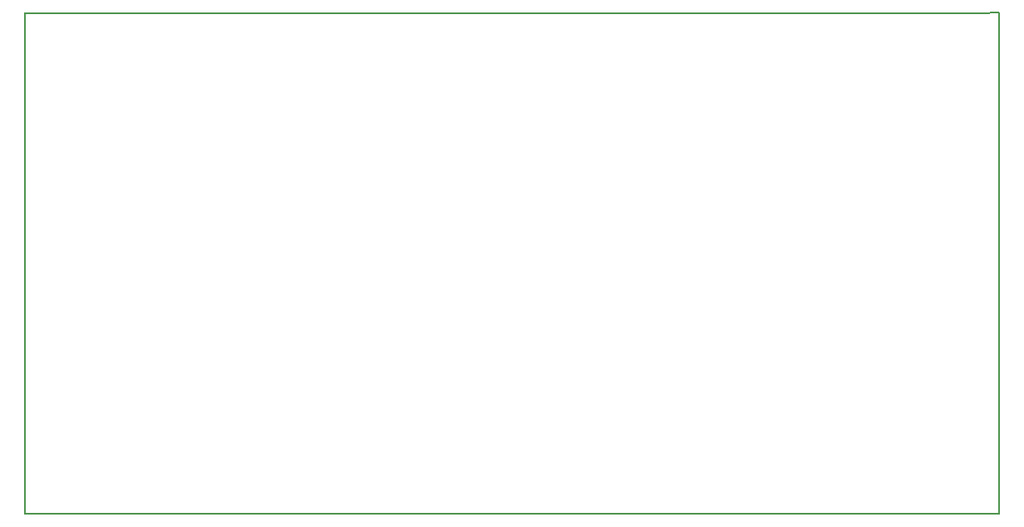
<source format=gbr>
G04 #@! TF.FileFunction,Profile,NP*
%FSLAX46Y46*%
G04 Gerber Fmt 4.6, Leading zero omitted, Abs format (unit mm)*
G04 Created by KiCad (PCBNEW 4.0.2+dfsg1-stable) date Seg 06 Nov 2017 17:19:15 BRT*
%MOMM*%
G01*
G04 APERTURE LIST*
%ADD10C,0.100000*%
%ADD11C,0.150000*%
G04 APERTURE END LIST*
D10*
D11*
X142595600Y-63017400D02*
X140629640Y-63027560D01*
X142605760Y-65323720D02*
X142595600Y-63017400D01*
X43398440Y-63022480D02*
X43393360Y-65379600D01*
X140716000Y-114106960D02*
X142600680Y-114117120D01*
X43388280Y-114112040D02*
X43540680Y-114112040D01*
X43388280Y-114112040D02*
X43388280Y-65293240D01*
X44373800Y-114112040D02*
X43545760Y-114112040D01*
X140705840Y-114112040D02*
X44373800Y-114112040D01*
X142605760Y-112379760D02*
X142600680Y-114112040D01*
X142605760Y-65293240D02*
X142605760Y-112379760D01*
X43383200Y-63032640D02*
X140705840Y-63032640D01*
M02*

</source>
